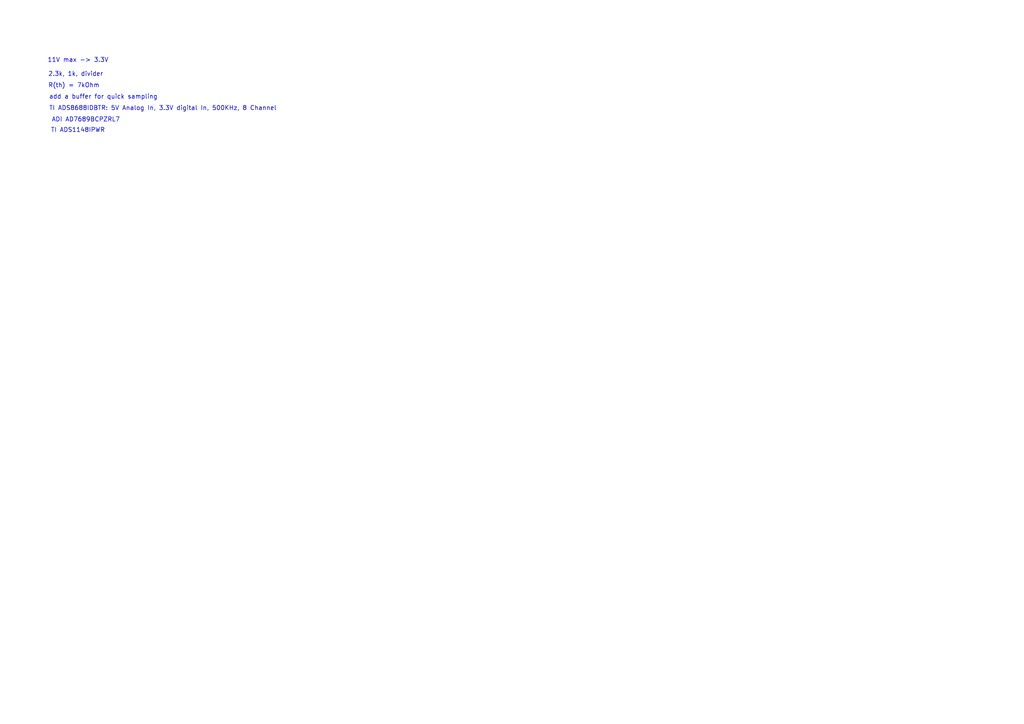
<source format=kicad_sch>
(kicad_sch
	(version 20250114)
	(generator "eeschema")
	(generator_version "9.0")
	(uuid "3f02b76f-f966-46b2-88a8-0d9f7635f7b1")
	(paper "A4")
	(lib_symbols)
	(text "11V max -> 3.3V "
		(exclude_from_sim no)
		(at 23.114 17.526 0)
		(effects
			(font
				(size 1.27 1.27)
			)
		)
		(uuid "43339b69-f70e-4e7a-b80d-7ecdab3df66c")
	)
	(text "TI ADS8688IDBTR: 5V Analog In, 3.3V digital In, 500KHz, 8 Channel"
		(exclude_from_sim no)
		(at 47.244 31.496 0)
		(effects
			(font
				(size 1.27 1.27)
			)
		)
		(uuid "57167e03-0219-4054-a380-5c27450118f8")
	)
	(text "add a buffer for quick sampling\n"
		(exclude_from_sim no)
		(at 29.972 28.194 0)
		(effects
			(font
				(size 1.27 1.27)
			)
		)
		(uuid "5830d822-f73a-4c13-901a-7fd13a8dfbd2")
	)
	(text "TI ADS1148IPWR"
		(exclude_from_sim no)
		(at 22.606 37.846 0)
		(effects
			(font
				(size 1.27 1.27)
			)
		)
		(uuid "6fb697b2-c83f-44c7-b3ef-0c396e9b8108")
	)
	(text "ADI AD7689BCPZRL7"
		(exclude_from_sim no)
		(at 24.892 34.798 0)
		(effects
			(font
				(size 1.27 1.27)
			)
		)
		(uuid "90158a37-9b5f-41e4-8f1c-e7feed9cf4c1")
	)
	(text "2.3k, 1k, divider"
		(exclude_from_sim no)
		(at 13.97 21.59 0)
		(effects
			(font
				(size 1.27 1.27)
			)
			(justify left)
		)
		(uuid "908cdf71-2647-4456-877c-58aca515a943")
	)
	(text "R(th) = 7kOhm"
		(exclude_from_sim no)
		(at 13.97 24.892 0)
		(effects
			(font
				(size 1.27 1.27)
			)
			(justify left)
		)
		(uuid "f30249dc-ffce-4e15-b9b5-cf884576dd9d")
	)
	(sheet_instances
		(path "/"
			(page "1")
		)
	)
	(embedded_fonts no)
)

</source>
